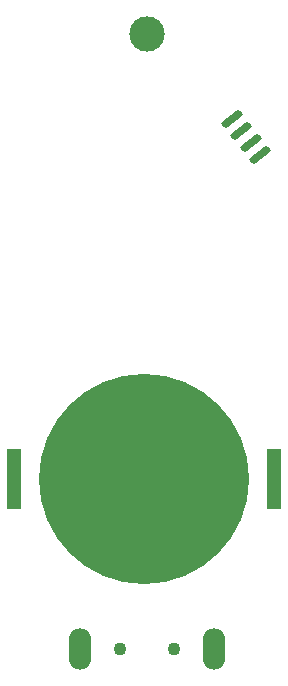
<source format=gbr>
%TF.GenerationSoftware,KiCad,Pcbnew,(6.0.7)*%
%TF.CreationDate,2022-09-10T12:27:55+10:00*%
%TF.ProjectId,Christmas_2022_PCB,43687269-7374-46d6-9173-5f323032325f,v01*%
%TF.SameCoordinates,Original*%
%TF.FileFunction,Soldermask,Bot*%
%TF.FilePolarity,Negative*%
%FSLAX46Y46*%
G04 Gerber Fmt 4.6, Leading zero omitted, Abs format (unit mm)*
G04 Created by KiCad (PCBNEW (6.0.7)) date 2022-09-10 12:27:55*
%MOMM*%
%LPD*%
G01*
G04 APERTURE LIST*
G04 Aperture macros list*
%AMRoundRect*
0 Rectangle with rounded corners*
0 $1 Rounding radius*
0 $2 $3 $4 $5 $6 $7 $8 $9 X,Y pos of 4 corners*
0 Add a 4 corners polygon primitive as box body*
4,1,4,$2,$3,$4,$5,$6,$7,$8,$9,$2,$3,0*
0 Add four circle primitives for the rounded corners*
1,1,$1+$1,$2,$3*
1,1,$1+$1,$4,$5*
1,1,$1+$1,$6,$7*
1,1,$1+$1,$8,$9*
0 Add four rect primitives between the rounded corners*
20,1,$1+$1,$2,$3,$4,$5,0*
20,1,$1+$1,$4,$5,$6,$7,0*
20,1,$1+$1,$6,$7,$8,$9,0*
20,1,$1+$1,$8,$9,$2,$3,0*%
G04 Aperture macros list end*
%ADD10C,0.900000*%
%ADD11O,1.900000X3.500000*%
%ADD12C,1.100000*%
%ADD13C,3.000000*%
%ADD14RoundRect,0.162500X-0.550064X-0.635972X0.750154X0.379869X0.550064X0.635972X-0.750154X-0.379869X0*%
%ADD15R,1.270000X5.080000*%
%ADD16C,17.800000*%
G04 APERTURE END LIST*
D10*
%TO.C,SW3*%
X96355000Y-96500000D03*
X96355000Y-93500000D03*
%TD*%
D11*
%TO.C,J1*%
X84300000Y-106600000D03*
X95700000Y-106600000D03*
D12*
X87700000Y-106600000D03*
X92300000Y-106600000D03*
%TD*%
D13*
%TO.C,TH1*%
X90000000Y-54500000D03*
%TD*%
D14*
%TO.C,J3*%
X99559034Y-64762727D03*
X98777144Y-63761953D03*
X97995254Y-62761179D03*
X97213364Y-61760406D03*
%TD*%
D15*
%TO.C,BT1*%
X78765000Y-92250000D03*
X100735000Y-92250000D03*
D16*
X89750000Y-92250000D03*
%TD*%
M02*

</source>
